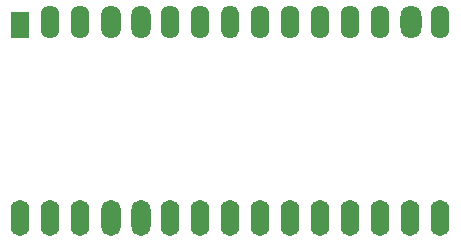
<source format=gbp>
G04 #@! TF.GenerationSoftware,KiCad,Pcbnew,8.0.7*
G04 #@! TF.CreationDate,2025-03-27T18:08:51-05:00*
G04 #@! TF.ProjectId,Chess_board2,43686573-735f-4626-9f61-7264322e6b69,rev?*
G04 #@! TF.SameCoordinates,Original*
G04 #@! TF.FileFunction,Paste,Bot*
G04 #@! TF.FilePolarity,Positive*
%FSLAX46Y46*%
G04 Gerber Fmt 4.6, Leading zero omitted, Abs format (unit mm)*
G04 Created by KiCad (PCBNEW 8.0.7) date 2025-03-27 18:08:51*
%MOMM*%
%LPD*%
G01*
G04 APERTURE LIST*
%ADD10R,1.600000X2.300000*%
%ADD11O,1.600000X2.800000*%
%ADD12O,1.680000X2.800000*%
%ADD13O,1.640000X2.800000*%
%ADD14O,1.520000X2.800000*%
%ADD15O,1.780000X2.800000*%
%ADD16O,1.600000X3.060000*%
%ADD17O,1.640000X3.060000*%
%ADD18O,1.680000X3.060000*%
G04 APERTURE END LIST*
D10*
G04 #@! TO.C,A1*
X493980000Y-64180000D03*
D11*
X496520000Y-63930000D03*
X499060000Y-63930000D03*
D12*
X501640000Y-63930000D03*
D13*
X504160000Y-63930000D03*
D11*
X506680000Y-63930000D03*
X509220000Y-63930000D03*
D14*
X511720000Y-63930000D03*
D11*
X514300000Y-63930000D03*
X516840000Y-63930000D03*
X519380000Y-63930000D03*
X521920000Y-63930000D03*
X524460000Y-63930000D03*
D15*
X527090000Y-63930000D03*
D11*
X529540000Y-63930000D03*
D16*
X529540000Y-80500000D03*
X527000000Y-80500000D03*
X524460000Y-80500000D03*
X521920000Y-80500000D03*
X519380000Y-80500000D03*
X516840000Y-80500000D03*
X514300000Y-80500000D03*
X511760000Y-80500000D03*
X509220000Y-80500000D03*
X506680000Y-80500000D03*
D17*
X504160000Y-80500000D03*
D18*
X501640000Y-80500000D03*
D16*
X499060000Y-80500000D03*
X496520000Y-80500000D03*
X493980000Y-80500000D03*
G04 #@! TD*
M02*

</source>
